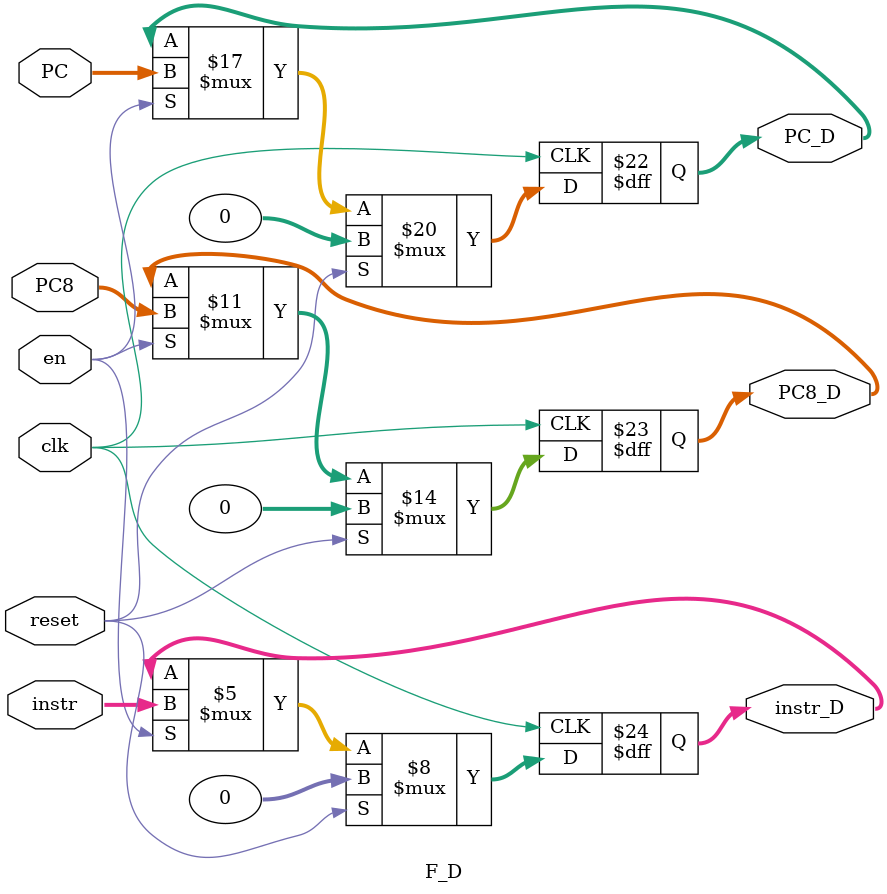
<source format=v>
module F_D(
    input clk,
    input reset,
    input en,
    input [31:0] PC,
    input [31:0] PC8,
    input [31:0] instr,
    output reg [31:0] PC_D,
    output reg [31:0] PC8_D,
    output reg [31:0] instr_D
);
always @(posedge clk) begin
    if(reset == 1'b1) begin
      PC_D <= 32'b0;
      PC8_D <= 32'b0;
      instr_D <= 32'b0;
    end
    else if(en == 1'b0) begin
      PC_D <= PC_D;
      PC8_D <= PC8_D;
      instr_D <= instr_D;
    end
    else begin
      PC_D <= PC;
      PC8_D <= PC8;
      instr_D <= instr;
    end
end
endmodule
</source>
